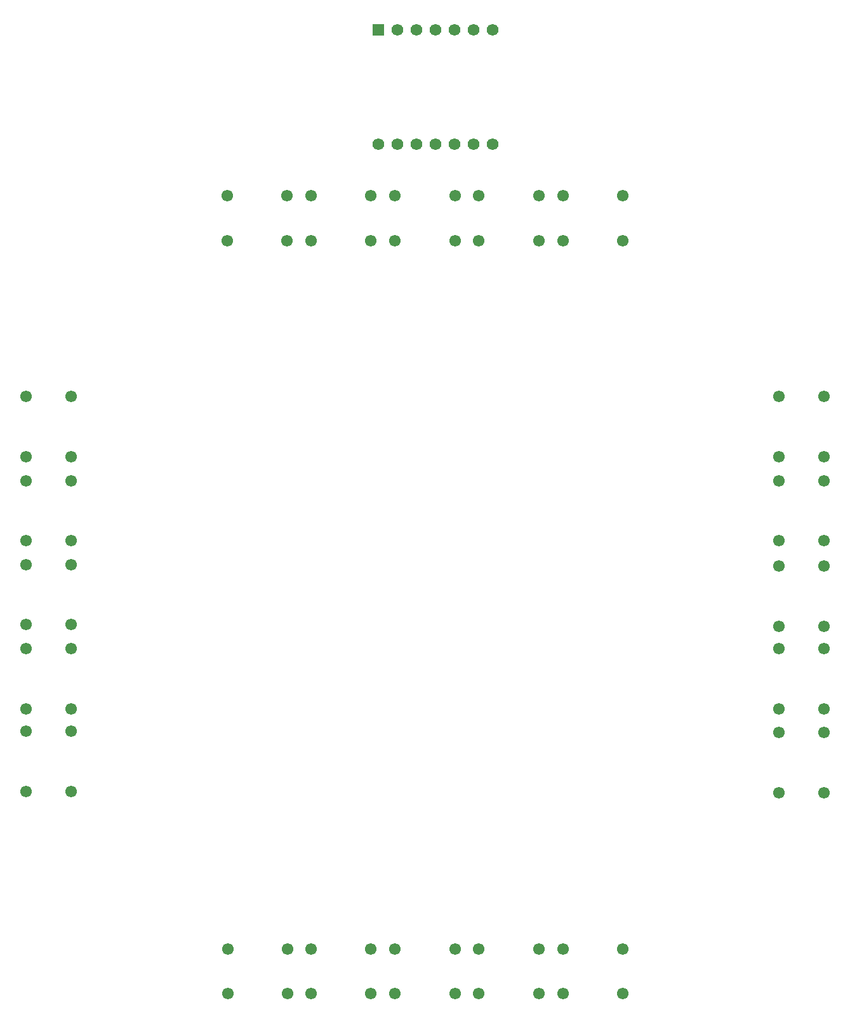
<source format=gbr>
%TF.GenerationSoftware,KiCad,Pcbnew,9.0.2-9.0.2-0~ubuntu22.04.1*%
%TF.CreationDate,2025-06-17T17:34:02-07:00*%
%TF.ProjectId,ddi_1.2,6464695f-312e-4322-9e6b-696361645f70,rev?*%
%TF.SameCoordinates,Original*%
%TF.FileFunction,Soldermask,Bot*%
%TF.FilePolarity,Negative*%
%FSLAX46Y46*%
G04 Gerber Fmt 4.6, Leading zero omitted, Abs format (unit mm)*
G04 Created by KiCad (PCBNEW 9.0.2-9.0.2-0~ubuntu22.04.1) date 2025-06-17 17:34:02*
%MOMM*%
%LPD*%
G01*
G04 APERTURE LIST*
G04 Aperture macros list*
%AMRoundRect*
0 Rectangle with rounded corners*
0 $1 Rounding radius*
0 $2 $3 $4 $5 $6 $7 $8 $9 X,Y pos of 4 corners*
0 Add a 4 corners polygon primitive as box body*
4,1,4,$2,$3,$4,$5,$6,$7,$8,$9,$2,$3,0*
0 Add four circle primitives for the rounded corners*
1,1,$1+$1,$2,$3*
1,1,$1+$1,$4,$5*
1,1,$1+$1,$6,$7*
1,1,$1+$1,$8,$9*
0 Add four rect primitives between the rounded corners*
20,1,$1+$1,$2,$3,$4,$5,0*
20,1,$1+$1,$4,$5,$6,$7,0*
20,1,$1+$1,$6,$7,$8,$9,0*
20,1,$1+$1,$8,$9,$2,$3,0*%
G04 Aperture macros list end*
%ADD10C,1.549400*%
%ADD11RoundRect,0.102000X-0.679000X0.679000X-0.679000X-0.679000X0.679000X-0.679000X0.679000X0.679000X0*%
%ADD12C,1.562000*%
G04 APERTURE END LIST*
D10*
%TO.C,SW7*%
X203200000Y-84800000D03*
X197199997Y-84800000D03*
X203200000Y-92799999D03*
X197199997Y-92799999D03*
%TD*%
%TO.C,SW17*%
X96800000Y-115200000D03*
X102800003Y-115200000D03*
X96800000Y-107200001D03*
X102800003Y-107200001D03*
%TD*%
%TO.C,SW20*%
X96800000Y-81600000D03*
X102800003Y-81600000D03*
X96800000Y-73600001D03*
X102800003Y-73600001D03*
%TD*%
%TO.C,SW5*%
X168400000Y-46800000D03*
X168400000Y-52800003D03*
X176399999Y-46800000D03*
X176399999Y-52800003D03*
%TD*%
%TO.C,SW6*%
X203200000Y-73600000D03*
X197199997Y-73600000D03*
X203200000Y-81599999D03*
X197199997Y-81599999D03*
%TD*%
%TO.C,SW13*%
X153999999Y-153200000D03*
X153999999Y-147199997D03*
X146000000Y-153200000D03*
X146000000Y-147199997D03*
%TD*%
%TO.C,SW9*%
X203200000Y-107200000D03*
X197199997Y-107200000D03*
X203200000Y-115199999D03*
X197199997Y-115199999D03*
%TD*%
%TO.C,SW8*%
X203200000Y-96200000D03*
X197199997Y-96200000D03*
X203200000Y-104199999D03*
X197199997Y-104199999D03*
%TD*%
%TO.C,SW12*%
X165199999Y-153200000D03*
X165199999Y-147199997D03*
X157200000Y-153200000D03*
X157200000Y-147199997D03*
%TD*%
%TO.C,SW1*%
X123600000Y-46800000D03*
X123600000Y-52800003D03*
X131599999Y-46800000D03*
X131599999Y-52800003D03*
%TD*%
%TO.C,SW18*%
X96800000Y-104000000D03*
X102800003Y-104000000D03*
X96800000Y-96000001D03*
X102800003Y-96000001D03*
%TD*%
%TO.C,SW15*%
X131699999Y-153200000D03*
X131699999Y-147199997D03*
X123700000Y-153200000D03*
X123700000Y-147199997D03*
%TD*%
%TO.C,SW2*%
X134800000Y-46800000D03*
X134800000Y-52800003D03*
X142799999Y-46800000D03*
X142799999Y-52800003D03*
%TD*%
%TO.C,SW3*%
X146000000Y-46800000D03*
X146000000Y-52800003D03*
X153999999Y-46800000D03*
X153999999Y-52800003D03*
%TD*%
%TO.C,SW11*%
X176399999Y-153200000D03*
X176399999Y-147199997D03*
X168400000Y-153200000D03*
X168400000Y-147199997D03*
%TD*%
%TO.C,SW16*%
X96800000Y-126200000D03*
X102800003Y-126200000D03*
X96800000Y-118200001D03*
X102800003Y-118200001D03*
%TD*%
%TO.C,SW14*%
X142799999Y-153200000D03*
X142799999Y-147199997D03*
X134800000Y-153200000D03*
X134800000Y-147199997D03*
%TD*%
%TO.C,SW19*%
X96800000Y-92800000D03*
X102800003Y-92800000D03*
X96800000Y-84800001D03*
X102800003Y-84800001D03*
%TD*%
%TO.C,SW4*%
X157200000Y-46800000D03*
X157200000Y-52800003D03*
X165199999Y-46800000D03*
X165199999Y-52800003D03*
%TD*%
%TO.C,SW10*%
X203200000Y-118400000D03*
X197199997Y-118400000D03*
X203200000Y-126399999D03*
X197199997Y-126399999D03*
%TD*%
D11*
%TO.C,U1*%
X143760000Y-24760000D03*
D12*
X146300000Y-24760000D03*
X148840000Y-24760000D03*
X151380000Y-24760000D03*
X153920000Y-24760000D03*
X156460000Y-24760000D03*
X159000000Y-24760000D03*
X159000000Y-40000000D03*
X156460000Y-40000000D03*
X153920000Y-40000000D03*
X151380000Y-40000000D03*
X148840000Y-40000000D03*
X146300000Y-40000000D03*
X143760000Y-40000000D03*
%TD*%
M02*

</source>
